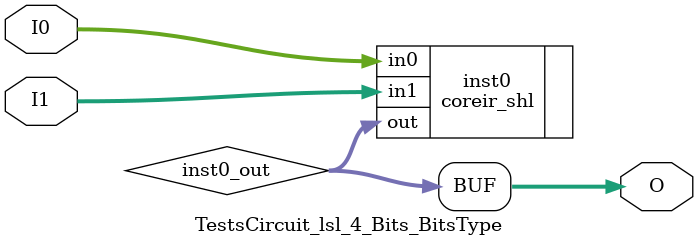
<source format=v>
module TestsCircuit_lsl_4_Bits_BitsType (input [3:0] I0, input [3:0] I1, output [3:0] O);
wire [3:0] inst0_out;
coreir_shl inst0 (.in0(I0), .in1(I1), .out(inst0_out));
assign O = inst0_out;
endmodule


</source>
